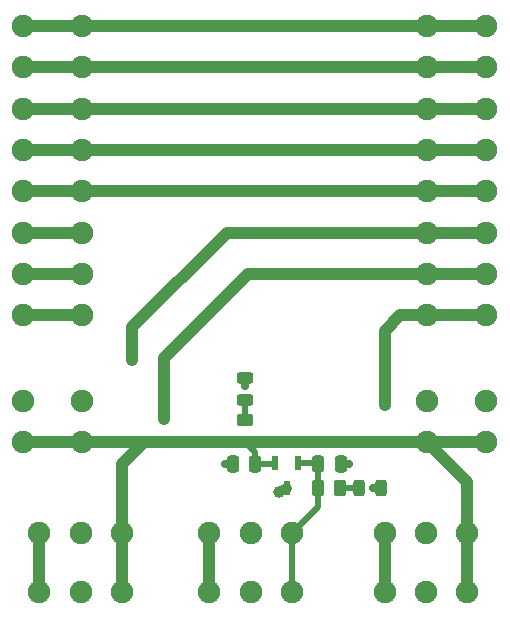
<source format=gtl>
G04 #@! TF.GenerationSoftware,KiCad,Pcbnew,8.0.6*
G04 #@! TF.CreationDate,2024-11-26T19:15:12-08:00*
G04 #@! TF.ProjectId,Constellation STAR UAF V1.0,436f6e73-7465-46c6-9c61-74696f6e2053,rev?*
G04 #@! TF.SameCoordinates,Original*
G04 #@! TF.FileFunction,Copper,L1,Top*
G04 #@! TF.FilePolarity,Positive*
%FSLAX46Y46*%
G04 Gerber Fmt 4.6, Leading zero omitted, Abs format (unit mm)*
G04 Created by KiCad (PCBNEW 8.0.6) date 2024-11-26 19:15:12*
%MOMM*%
%LPD*%
G01*
G04 APERTURE LIST*
G04 Aperture macros list*
%AMRoundRect*
0 Rectangle with rounded corners*
0 $1 Rounding radius*
0 $2 $3 $4 $5 $6 $7 $8 $9 X,Y pos of 4 corners*
0 Add a 4 corners polygon primitive as box body*
4,1,4,$2,$3,$4,$5,$6,$7,$8,$9,$2,$3,0*
0 Add four circle primitives for the rounded corners*
1,1,$1+$1,$2,$3*
1,1,$1+$1,$4,$5*
1,1,$1+$1,$6,$7*
1,1,$1+$1,$8,$9*
0 Add four rect primitives between the rounded corners*
20,1,$1+$1,$2,$3,$4,$5,0*
20,1,$1+$1,$4,$5,$6,$7,0*
20,1,$1+$1,$6,$7,$8,$9,0*
20,1,$1+$1,$8,$9,$2,$3,0*%
G04 Aperture macros list end*
G04 #@! TA.AperFunction,SMDPad,CuDef*
%ADD10RoundRect,0.250000X0.450000X-0.262500X0.450000X0.262500X-0.450000X0.262500X-0.450000X-0.262500X0*%
G04 #@! TD*
G04 #@! TA.AperFunction,SMDPad,CuDef*
%ADD11R,0.600000X1.250000*%
G04 #@! TD*
G04 #@! TA.AperFunction,SMDPad,CuDef*
%ADD12RoundRect,0.250000X0.250000X0.475000X-0.250000X0.475000X-0.250000X-0.475000X0.250000X-0.475000X0*%
G04 #@! TD*
G04 #@! TA.AperFunction,SMDPad,CuDef*
%ADD13RoundRect,0.250000X-0.262500X-0.450000X0.262500X-0.450000X0.262500X0.450000X-0.262500X0.450000X0*%
G04 #@! TD*
G04 #@! TA.AperFunction,SMDPad,CuDef*
%ADD14RoundRect,0.243750X-0.456250X0.243750X-0.456250X-0.243750X0.456250X-0.243750X0.456250X0.243750X0*%
G04 #@! TD*
G04 #@! TA.AperFunction,SMDPad,CuDef*
%ADD15RoundRect,0.243750X0.243750X0.456250X-0.243750X0.456250X-0.243750X-0.456250X0.243750X-0.456250X0*%
G04 #@! TD*
G04 #@! TA.AperFunction,SMDPad,CuDef*
%ADD16RoundRect,0.250000X-0.250000X-0.475000X0.250000X-0.475000X0.250000X0.475000X-0.250000X0.475000X0*%
G04 #@! TD*
G04 #@! TA.AperFunction,ComponentPad*
%ADD17C,1.900000*%
G04 #@! TD*
G04 #@! TA.AperFunction,ViaPad*
%ADD18C,0.700000*%
G04 #@! TD*
G04 #@! TA.AperFunction,ViaPad*
%ADD19C,1.000000*%
G04 #@! TD*
G04 #@! TA.AperFunction,Conductor*
%ADD20C,0.500000*%
G04 #@! TD*
G04 #@! TA.AperFunction,Conductor*
%ADD21C,0.750000*%
G04 #@! TD*
G04 #@! TA.AperFunction,Conductor*
%ADD22C,1.000000*%
G04 #@! TD*
G04 APERTURE END LIST*
D10*
X53100000Y-68225000D03*
X53100000Y-66400000D03*
D11*
X57600000Y-69999999D03*
X55700000Y-69999999D03*
X56650000Y-72100000D03*
D12*
X53999999Y-70100000D03*
X52100001Y-70100000D03*
D13*
X59337498Y-72150000D03*
X61162498Y-72150000D03*
D14*
X53100000Y-62824999D03*
X53100000Y-64700001D03*
D15*
X64687500Y-72150000D03*
X62812498Y-72150000D03*
D16*
X59350000Y-70150000D03*
X61249998Y-70150000D03*
D17*
X68580000Y-64770000D03*
X73580000Y-64770000D03*
X68580000Y-68270000D03*
X73580000Y-68270000D03*
X71950000Y-75950000D03*
X71950000Y-80950000D03*
X68450000Y-75950000D03*
X68450000Y-80950000D03*
X64949999Y-75950000D03*
X64949999Y-80950000D03*
X39370000Y-57520005D03*
X34370000Y-57520005D03*
X39370000Y-54020005D03*
X34370001Y-54020004D03*
X39370000Y-50520003D03*
X34370000Y-50520003D03*
X39370000Y-47020002D03*
X34370000Y-47020002D03*
X39370000Y-43520002D03*
X34370000Y-43520002D03*
X39370000Y-40020002D03*
X34370000Y-40020002D03*
X39370000Y-36520001D03*
X34370000Y-36520001D03*
X39370000Y-33020000D03*
X34370000Y-33020000D03*
X39370000Y-68270000D03*
X34370000Y-68270000D03*
X39370000Y-64770000D03*
X34370000Y-64770000D03*
X42729209Y-75950000D03*
X42729209Y-80950000D03*
X39229209Y-75950000D03*
X39229209Y-80950000D03*
X35729208Y-75950000D03*
X35729208Y-80950000D03*
X57125000Y-75950000D03*
X57125000Y-80950000D03*
X53625000Y-75950000D03*
X53625000Y-80950000D03*
X50124999Y-75950000D03*
X50124999Y-80950000D03*
X68580000Y-33020000D03*
X73580000Y-33020000D03*
X68580000Y-36520000D03*
X73579999Y-36520001D03*
X68580000Y-40020002D03*
X73580000Y-40020002D03*
X68580000Y-43520003D03*
X73580000Y-43520003D03*
X68580000Y-47020003D03*
X73580000Y-47020003D03*
X68580000Y-50520003D03*
X73580000Y-50520003D03*
X68580000Y-54020004D03*
X73580000Y-54020004D03*
X68580000Y-57520005D03*
X73580000Y-57520005D03*
D18*
X61950000Y-70150000D03*
X64012499Y-72150000D03*
D19*
X56050000Y-72500000D03*
D18*
X51400000Y-70100000D03*
X53100000Y-63512500D03*
D19*
X46300000Y-66300000D03*
X64950000Y-65100000D03*
X43575000Y-61325000D03*
D20*
X59199999Y-69999999D02*
X59350000Y-70150000D01*
X59350000Y-70150000D02*
X59350000Y-72137498D01*
X57125000Y-75950000D02*
X57125000Y-80950000D01*
X59350000Y-72137498D02*
X59337498Y-72150000D01*
X59337498Y-72150000D02*
X59337498Y-73737502D01*
X59337498Y-73737502D02*
X57125000Y-75950000D01*
X57600000Y-69999999D02*
X59199999Y-69999999D01*
X64687501Y-72150000D02*
X64012499Y-72150000D01*
X61249998Y-70150000D02*
X61950000Y-70150000D01*
D21*
X56650000Y-72100000D02*
X56450000Y-72100000D01*
D20*
X52100001Y-70100000D02*
X51400000Y-70100000D01*
D21*
X56450000Y-72100000D02*
X56050000Y-72500000D01*
D20*
X53100000Y-62824999D02*
X53100000Y-63512500D01*
X53999999Y-70100000D02*
X53999999Y-69124999D01*
D22*
X44600000Y-68270000D02*
X34370000Y-68270000D01*
X42729209Y-70140791D02*
X44600000Y-68270000D01*
X42729209Y-75950000D02*
X42729209Y-70140791D01*
D20*
X53999999Y-70100000D02*
X55599999Y-70100000D01*
D22*
X68580000Y-68270000D02*
X73580000Y-68270000D01*
X71950000Y-71640000D02*
X71950000Y-75950000D01*
X68580000Y-68270000D02*
X44600000Y-68270000D01*
X68580000Y-68270000D02*
X71950000Y-71640000D01*
X42729209Y-75950000D02*
X42729209Y-80950000D01*
X71950000Y-75950000D02*
X71950000Y-80950000D01*
D20*
X53999999Y-69124999D02*
X53100000Y-68225000D01*
X55599999Y-70100000D02*
X55700000Y-69999999D01*
X53100000Y-66400000D02*
X53100000Y-64700001D01*
X61162498Y-72150000D02*
X62812498Y-72150000D01*
D22*
X73579999Y-36520001D02*
X34370000Y-36520001D01*
X34370000Y-33020000D02*
X73580000Y-33020000D01*
X34370000Y-40020002D02*
X73580000Y-40020002D01*
X68580000Y-54020004D02*
X53379996Y-54020004D01*
X68580000Y-54020004D02*
X73580000Y-54020004D01*
X46300000Y-61100000D02*
X46300000Y-66300000D01*
X50124999Y-75950000D02*
X50124999Y-80950000D01*
X53379996Y-54020004D02*
X46300000Y-61100000D01*
X34370001Y-43520003D02*
X34370000Y-43520002D01*
X73580000Y-43520003D02*
X34370001Y-43520003D01*
X64949999Y-75950000D02*
X64949999Y-80950000D01*
X64950000Y-58825000D02*
X66254995Y-57520005D01*
X66254995Y-57520005D02*
X68580000Y-57520005D01*
X68580000Y-57520005D02*
X73580000Y-57520005D01*
X64950000Y-65100000D02*
X64950000Y-58825000D01*
X34370000Y-47020002D02*
X73579999Y-47020002D01*
X73579999Y-47020002D02*
X73580000Y-47020003D01*
X51604997Y-50520003D02*
X68580000Y-50520003D01*
X73580000Y-50520003D02*
X68580000Y-50520003D01*
X43575000Y-58550000D02*
X51604997Y-50520003D01*
X35729208Y-80950000D02*
X35729208Y-75950000D01*
X43575000Y-61325000D02*
X43575000Y-58550000D01*
X34370001Y-54020004D02*
X39369999Y-54020004D01*
X39369999Y-54020004D02*
X39370000Y-54020005D01*
X39370000Y-50520003D02*
X34370000Y-50520003D01*
X39370000Y-57520005D02*
X34370000Y-57520005D01*
M02*

</source>
